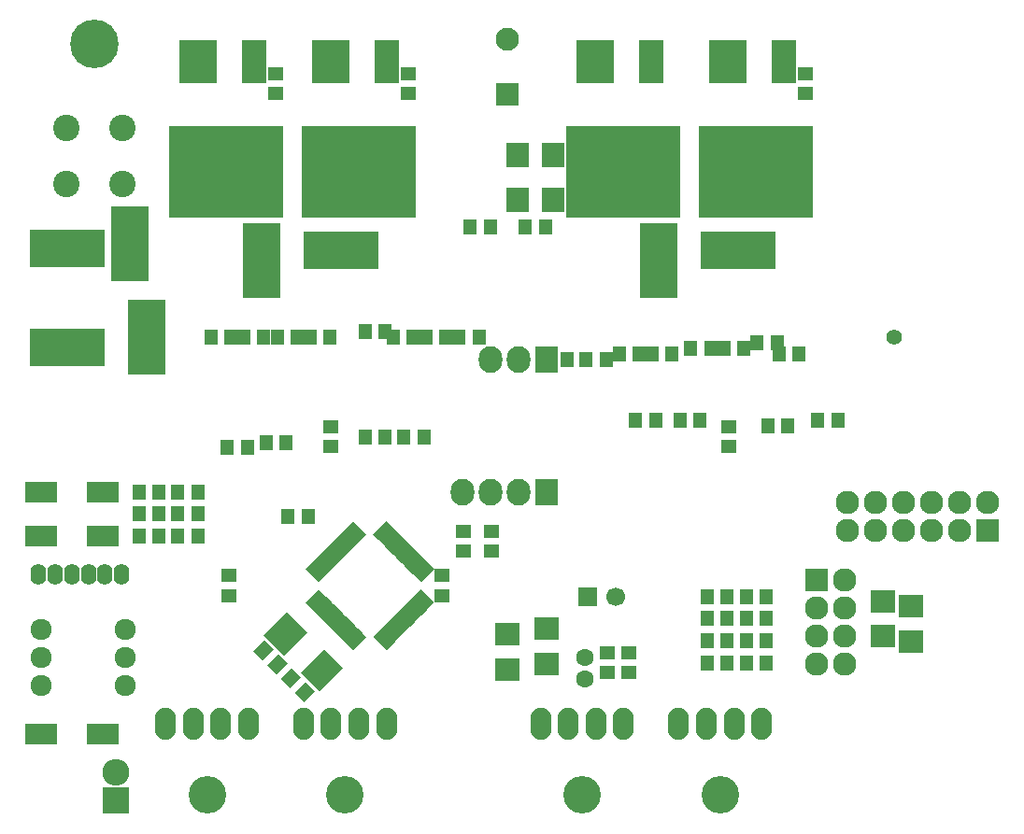
<source format=gbr>
G04 #@! TF.FileFunction,Soldermask,Top*
%FSLAX46Y46*%
G04 Gerber Fmt 4.6, Leading zero omitted, Abs format (unit mm)*
G04 Created by KiCad (PCBNEW 4.0.5) date 02/04/17 17:13:21*
%MOMM*%
%LPD*%
G01*
G04 APERTURE LIST*
%ADD10C,0.100000*%
%ADD11R,3.400000X6.900000*%
%ADD12R,6.851600X3.400000*%
%ADD13C,2.100000*%
%ADD14R,2.100000X2.100000*%
%ADD15R,1.200000X1.400000*%
%ADD16C,1.700000*%
%ADD17R,1.700000X1.700000*%
%ADD18R,2.432000X2.432000*%
%ADD19O,2.432000X2.432000*%
%ADD20R,2.000000X2.200000*%
%ADD21R,1.400000X1.200000*%
%ADD22R,2.200000X2.000000*%
%ADD23C,1.600000*%
%ADD24R,2.127200X2.432000*%
%ADD25O,2.127200X2.432000*%
%ADD26R,2.127200X2.127200*%
%ADD27O,2.127200X2.127200*%
%ADD28R,3.000000X1.900000*%
%ADD29O,1.400000X1.924000*%
%ADD30C,1.924000*%
%ADD31O,1.900000X2.900000*%
%ADD32C,3.400000*%
%ADD33C,2.400000*%
%ADD34C,4.400000*%
%ADD35C,1.400000*%
%ADD36R,2.200000X3.900000*%
%ADD37R,3.400000X3.900000*%
%ADD38R,10.400000X8.400000*%
G04 APERTURE END LIST*
D10*
D11*
X21700000Y-24000000D03*
D12*
X28900000Y-23100000D03*
D13*
X44000000Y-4000000D03*
D14*
X44000000Y-9000000D03*
D15*
X18600000Y-41000000D03*
X20400000Y-41000000D03*
D10*
G36*
X26108311Y-55462221D02*
X25648692Y-55002602D01*
X26850773Y-53800521D01*
X27310392Y-54260140D01*
X26108311Y-55462221D01*
X26108311Y-55462221D01*
G37*
G36*
X26461864Y-55815774D02*
X26002245Y-55356155D01*
X27204326Y-54154074D01*
X27663945Y-54613693D01*
X26461864Y-55815774D01*
X26461864Y-55815774D01*
G37*
G36*
X26815418Y-56169328D02*
X26355799Y-55709709D01*
X27557880Y-54507628D01*
X28017499Y-54967247D01*
X26815418Y-56169328D01*
X26815418Y-56169328D01*
G37*
G36*
X27168971Y-56522881D02*
X26709352Y-56063262D01*
X27911433Y-54861181D01*
X28371052Y-55320800D01*
X27168971Y-56522881D01*
X27168971Y-56522881D01*
G37*
G36*
X27522524Y-56876434D02*
X27062905Y-56416815D01*
X28264986Y-55214734D01*
X28724605Y-55674353D01*
X27522524Y-56876434D01*
X27522524Y-56876434D01*
G37*
G36*
X27876078Y-57229988D02*
X27416459Y-56770369D01*
X28618540Y-55568288D01*
X29078159Y-56027907D01*
X27876078Y-57229988D01*
X27876078Y-57229988D01*
G37*
G36*
X28229631Y-57583541D02*
X27770012Y-57123922D01*
X28972093Y-55921841D01*
X29431712Y-56381460D01*
X28229631Y-57583541D01*
X28229631Y-57583541D01*
G37*
G36*
X28583185Y-57937095D02*
X28123566Y-57477476D01*
X29325647Y-56275395D01*
X29785266Y-56735014D01*
X28583185Y-57937095D01*
X28583185Y-57937095D01*
G37*
G36*
X28936738Y-58290648D02*
X28477119Y-57831029D01*
X29679200Y-56628948D01*
X30138819Y-57088567D01*
X28936738Y-58290648D01*
X28936738Y-58290648D01*
G37*
G36*
X29290291Y-58644201D02*
X28830672Y-58184582D01*
X30032753Y-56982501D01*
X30492372Y-57442120D01*
X29290291Y-58644201D01*
X29290291Y-58644201D01*
G37*
G36*
X29643845Y-58997755D02*
X29184226Y-58538136D01*
X30386307Y-57336055D01*
X30845926Y-57795674D01*
X29643845Y-58997755D01*
X29643845Y-58997755D01*
G37*
G36*
X29997398Y-59351308D02*
X29537779Y-58891689D01*
X30739860Y-57689608D01*
X31199479Y-58149227D01*
X29997398Y-59351308D01*
X29997398Y-59351308D01*
G37*
G36*
X33462221Y-58891689D02*
X33002602Y-59351308D01*
X31800521Y-58149227D01*
X32260140Y-57689608D01*
X33462221Y-58891689D01*
X33462221Y-58891689D01*
G37*
G36*
X33815774Y-58538136D02*
X33356155Y-58997755D01*
X32154074Y-57795674D01*
X32613693Y-57336055D01*
X33815774Y-58538136D01*
X33815774Y-58538136D01*
G37*
G36*
X34169328Y-58184582D02*
X33709709Y-58644201D01*
X32507628Y-57442120D01*
X32967247Y-56982501D01*
X34169328Y-58184582D01*
X34169328Y-58184582D01*
G37*
G36*
X34522881Y-57831029D02*
X34063262Y-58290648D01*
X32861181Y-57088567D01*
X33320800Y-56628948D01*
X34522881Y-57831029D01*
X34522881Y-57831029D01*
G37*
G36*
X34876434Y-57477476D02*
X34416815Y-57937095D01*
X33214734Y-56735014D01*
X33674353Y-56275395D01*
X34876434Y-57477476D01*
X34876434Y-57477476D01*
G37*
G36*
X35229988Y-57123922D02*
X34770369Y-57583541D01*
X33568288Y-56381460D01*
X34027907Y-55921841D01*
X35229988Y-57123922D01*
X35229988Y-57123922D01*
G37*
G36*
X35583541Y-56770369D02*
X35123922Y-57229988D01*
X33921841Y-56027907D01*
X34381460Y-55568288D01*
X35583541Y-56770369D01*
X35583541Y-56770369D01*
G37*
G36*
X35937095Y-56416815D02*
X35477476Y-56876434D01*
X34275395Y-55674353D01*
X34735014Y-55214734D01*
X35937095Y-56416815D01*
X35937095Y-56416815D01*
G37*
G36*
X36290648Y-56063262D02*
X35831029Y-56522881D01*
X34628948Y-55320800D01*
X35088567Y-54861181D01*
X36290648Y-56063262D01*
X36290648Y-56063262D01*
G37*
G36*
X36644201Y-55709709D02*
X36184582Y-56169328D01*
X34982501Y-54967247D01*
X35442120Y-54507628D01*
X36644201Y-55709709D01*
X36644201Y-55709709D01*
G37*
G36*
X36997755Y-55356155D02*
X36538136Y-55815774D01*
X35336055Y-54613693D01*
X35795674Y-54154074D01*
X36997755Y-55356155D01*
X36997755Y-55356155D01*
G37*
G36*
X37351308Y-55002602D02*
X36891689Y-55462221D01*
X35689608Y-54260140D01*
X36149227Y-53800521D01*
X37351308Y-55002602D01*
X37351308Y-55002602D01*
G37*
G36*
X36149227Y-53199479D02*
X35689608Y-52739860D01*
X36891689Y-51537779D01*
X37351308Y-51997398D01*
X36149227Y-53199479D01*
X36149227Y-53199479D01*
G37*
G36*
X35795674Y-52845926D02*
X35336055Y-52386307D01*
X36538136Y-51184226D01*
X36997755Y-51643845D01*
X35795674Y-52845926D01*
X35795674Y-52845926D01*
G37*
G36*
X35442120Y-52492372D02*
X34982501Y-52032753D01*
X36184582Y-50830672D01*
X36644201Y-51290291D01*
X35442120Y-52492372D01*
X35442120Y-52492372D01*
G37*
G36*
X35088567Y-52138819D02*
X34628948Y-51679200D01*
X35831029Y-50477119D01*
X36290648Y-50936738D01*
X35088567Y-52138819D01*
X35088567Y-52138819D01*
G37*
G36*
X34735014Y-51785266D02*
X34275395Y-51325647D01*
X35477476Y-50123566D01*
X35937095Y-50583185D01*
X34735014Y-51785266D01*
X34735014Y-51785266D01*
G37*
G36*
X34381460Y-51431712D02*
X33921841Y-50972093D01*
X35123922Y-49770012D01*
X35583541Y-50229631D01*
X34381460Y-51431712D01*
X34381460Y-51431712D01*
G37*
G36*
X34027907Y-51078159D02*
X33568288Y-50618540D01*
X34770369Y-49416459D01*
X35229988Y-49876078D01*
X34027907Y-51078159D01*
X34027907Y-51078159D01*
G37*
G36*
X33674353Y-50724605D02*
X33214734Y-50264986D01*
X34416815Y-49062905D01*
X34876434Y-49522524D01*
X33674353Y-50724605D01*
X33674353Y-50724605D01*
G37*
G36*
X33320800Y-50371052D02*
X32861181Y-49911433D01*
X34063262Y-48709352D01*
X34522881Y-49168971D01*
X33320800Y-50371052D01*
X33320800Y-50371052D01*
G37*
G36*
X32967247Y-50017499D02*
X32507628Y-49557880D01*
X33709709Y-48355799D01*
X34169328Y-48815418D01*
X32967247Y-50017499D01*
X32967247Y-50017499D01*
G37*
G36*
X32613693Y-49663945D02*
X32154074Y-49204326D01*
X33356155Y-48002245D01*
X33815774Y-48461864D01*
X32613693Y-49663945D01*
X32613693Y-49663945D01*
G37*
G36*
X32260140Y-49310392D02*
X31800521Y-48850773D01*
X33002602Y-47648692D01*
X33462221Y-48108311D01*
X32260140Y-49310392D01*
X32260140Y-49310392D01*
G37*
G36*
X31199479Y-48850773D02*
X30739860Y-49310392D01*
X29537779Y-48108311D01*
X29997398Y-47648692D01*
X31199479Y-48850773D01*
X31199479Y-48850773D01*
G37*
G36*
X30845926Y-49204326D02*
X30386307Y-49663945D01*
X29184226Y-48461864D01*
X29643845Y-48002245D01*
X30845926Y-49204326D01*
X30845926Y-49204326D01*
G37*
G36*
X30492372Y-49557880D02*
X30032753Y-50017499D01*
X28830672Y-48815418D01*
X29290291Y-48355799D01*
X30492372Y-49557880D01*
X30492372Y-49557880D01*
G37*
G36*
X30138819Y-49911433D02*
X29679200Y-50371052D01*
X28477119Y-49168971D01*
X28936738Y-48709352D01*
X30138819Y-49911433D01*
X30138819Y-49911433D01*
G37*
G36*
X29785266Y-50264986D02*
X29325647Y-50724605D01*
X28123566Y-49522524D01*
X28583185Y-49062905D01*
X29785266Y-50264986D01*
X29785266Y-50264986D01*
G37*
G36*
X29431712Y-50618540D02*
X28972093Y-51078159D01*
X27770012Y-49876078D01*
X28229631Y-49416459D01*
X29431712Y-50618540D01*
X29431712Y-50618540D01*
G37*
G36*
X29078159Y-50972093D02*
X28618540Y-51431712D01*
X27416459Y-50229631D01*
X27876078Y-49770012D01*
X29078159Y-50972093D01*
X29078159Y-50972093D01*
G37*
G36*
X28724605Y-51325647D02*
X28264986Y-51785266D01*
X27062905Y-50583185D01*
X27522524Y-50123566D01*
X28724605Y-51325647D01*
X28724605Y-51325647D01*
G37*
G36*
X28371052Y-51679200D02*
X27911433Y-52138819D01*
X26709352Y-50936738D01*
X27168971Y-50477119D01*
X28371052Y-51679200D01*
X28371052Y-51679200D01*
G37*
G36*
X28017499Y-52032753D02*
X27557880Y-52492372D01*
X26355799Y-51290291D01*
X26815418Y-50830672D01*
X28017499Y-52032753D01*
X28017499Y-52032753D01*
G37*
G36*
X27663945Y-52386307D02*
X27204326Y-52845926D01*
X26002245Y-51643845D01*
X26461864Y-51184226D01*
X27663945Y-52386307D01*
X27663945Y-52386307D01*
G37*
G36*
X27310392Y-52739860D02*
X26850773Y-53199479D01*
X25648692Y-51997398D01*
X26108311Y-51537779D01*
X27310392Y-52739860D01*
X27310392Y-52739860D01*
G37*
D16*
X53750000Y-54500000D03*
D17*
X51250000Y-54500000D03*
D18*
X8500000Y-73000000D03*
D19*
X8500000Y-70460000D03*
D20*
X48100000Y-14500000D03*
X44900000Y-14500000D03*
X48100000Y-18500000D03*
X44900000Y-18500000D03*
D15*
X34600000Y-40000000D03*
X36400000Y-40000000D03*
D10*
G36*
X20944365Y-59434315D02*
X21934315Y-58444365D01*
X22782843Y-59292893D01*
X21792893Y-60282843D01*
X20944365Y-59434315D01*
X20944365Y-59434315D01*
G37*
G36*
X22217157Y-60707107D02*
X23207107Y-59717157D01*
X24055635Y-60565685D01*
X23065685Y-61555635D01*
X22217157Y-60707107D01*
X22217157Y-60707107D01*
G37*
G36*
X26555635Y-63065685D02*
X25565685Y-64055635D01*
X24717157Y-63207107D01*
X25707107Y-62217157D01*
X26555635Y-63065685D01*
X26555635Y-63065685D01*
G37*
G36*
X25282843Y-61792893D02*
X24292893Y-62782843D01*
X23444365Y-61934315D01*
X24434315Y-60944365D01*
X25282843Y-61792893D01*
X25282843Y-61792893D01*
G37*
D15*
X25900000Y-47200000D03*
X24100000Y-47200000D03*
D21*
X18700000Y-52600000D03*
X18700000Y-54400000D03*
D15*
X72100000Y-38500000D03*
X73900000Y-38500000D03*
X59600000Y-38500000D03*
X61400000Y-38500000D03*
X14100000Y-47000000D03*
X15900000Y-47000000D03*
X31100000Y-40000000D03*
X32900000Y-40000000D03*
X67600000Y-39000000D03*
X69400000Y-39000000D03*
X55600000Y-38500000D03*
X57400000Y-38500000D03*
D21*
X38000000Y-54400000D03*
X38000000Y-52600000D03*
X35000000Y-8900000D03*
X35000000Y-7100000D03*
X23000000Y-8900000D03*
X23000000Y-7100000D03*
X71000000Y-8900000D03*
X71000000Y-7100000D03*
D15*
X14100000Y-49000000D03*
X15900000Y-49000000D03*
D21*
X53000000Y-61400000D03*
X53000000Y-59600000D03*
D15*
X42400000Y-21000000D03*
X40600000Y-21000000D03*
X38400000Y-31000000D03*
X36600000Y-31000000D03*
X23100000Y-31000000D03*
X24900000Y-31000000D03*
X33600000Y-31000000D03*
X35400000Y-31000000D03*
X68400000Y-31500000D03*
X66600000Y-31500000D03*
X55900000Y-32500000D03*
X54100000Y-32500000D03*
X52900000Y-33000000D03*
X51100000Y-33000000D03*
X17100000Y-31000000D03*
X18900000Y-31000000D03*
X65400000Y-32000000D03*
X63600000Y-32000000D03*
D22*
X80500000Y-58600000D03*
X80500000Y-55400000D03*
D15*
X14100000Y-45000000D03*
X15900000Y-45000000D03*
D21*
X64000000Y-39100000D03*
X64000000Y-40900000D03*
D15*
X10600000Y-49000000D03*
X12400000Y-49000000D03*
X10600000Y-45000000D03*
X12400000Y-45000000D03*
D21*
X55000000Y-59600000D03*
X55000000Y-61400000D03*
D15*
X47400000Y-21000000D03*
X45600000Y-21000000D03*
X10600000Y-47000000D03*
X12400000Y-47000000D03*
D22*
X47500000Y-60600000D03*
X47500000Y-57400000D03*
X44000000Y-61100000D03*
X44000000Y-57900000D03*
D23*
X51000000Y-60000000D03*
X51000000Y-62000000D03*
D21*
X42500000Y-50400000D03*
X42500000Y-48600000D03*
X40000000Y-50400000D03*
X40000000Y-48600000D03*
D15*
X22100000Y-40500000D03*
X23900000Y-40500000D03*
D24*
X47500000Y-45000000D03*
D25*
X44960000Y-45000000D03*
X42420000Y-45000000D03*
X39880000Y-45000000D03*
D21*
X28000000Y-39100000D03*
X28000000Y-40900000D03*
D22*
X78000000Y-58100000D03*
X78000000Y-54900000D03*
D26*
X87500000Y-48500000D03*
D27*
X87500000Y-45960000D03*
X84960000Y-48500000D03*
X84960000Y-45960000D03*
X82420000Y-48500000D03*
X82420000Y-45960000D03*
X79880000Y-48500000D03*
X79880000Y-45960000D03*
X77340000Y-48500000D03*
X77340000Y-45960000D03*
X74800000Y-48500000D03*
X74800000Y-45960000D03*
D24*
X47500000Y-33000000D03*
D25*
X44960000Y-33000000D03*
X42420000Y-33000000D03*
D28*
X1700000Y-67000000D03*
X7300000Y-67000000D03*
X1700000Y-45000000D03*
X7300000Y-45000000D03*
X1700000Y-49000000D03*
X7300000Y-49000000D03*
D29*
X1500000Y-52500000D03*
X3000000Y-52500000D03*
X4500000Y-52500000D03*
X6000000Y-52500000D03*
X7500000Y-52500000D03*
X9000000Y-52500000D03*
D30*
X9310000Y-62540000D03*
X9310000Y-60000000D03*
X9310000Y-57460000D03*
X1690000Y-57460000D03*
X1690000Y-60000000D03*
X1690000Y-62540000D03*
D10*
G36*
X21893755Y-58015075D02*
X24015075Y-55893755D01*
X25853553Y-57732233D01*
X23732233Y-59853553D01*
X21893755Y-58015075D01*
X21893755Y-58015075D01*
G37*
G36*
X25217158Y-61338478D02*
X27338478Y-59217158D01*
X29035534Y-60914214D01*
X26914214Y-63035534D01*
X25217158Y-61338478D01*
X25217158Y-61338478D01*
G37*
D31*
X47000000Y-66000000D03*
X49500000Y-66000000D03*
X52000000Y-66000000D03*
X54500000Y-66000000D03*
D32*
X50750000Y-72500000D03*
D33*
X9040000Y-12000000D03*
X9040000Y-17080000D03*
X3960000Y-12000000D03*
X3960000Y-17080000D03*
D34*
X6500000Y-4380000D03*
D31*
X59500000Y-66000000D03*
X62000000Y-66000000D03*
X64500000Y-66000000D03*
X67000000Y-66000000D03*
D32*
X63250000Y-72500000D03*
D31*
X13000000Y-66000000D03*
X15500000Y-66000000D03*
X18000000Y-66000000D03*
X20500000Y-66000000D03*
D32*
X16750000Y-72500000D03*
D31*
X25500000Y-66000000D03*
X28000000Y-66000000D03*
X30500000Y-66000000D03*
X33000000Y-66000000D03*
D32*
X29250000Y-72500000D03*
D11*
X57700000Y-24000000D03*
D12*
X64900000Y-23100000D03*
D11*
X9800000Y-22500000D03*
D12*
X4100000Y-22900000D03*
D11*
X11300000Y-31000000D03*
D12*
X4100000Y-31900000D03*
D15*
X39600000Y-31000000D03*
X41400000Y-31000000D03*
X26100000Y-31000000D03*
X27900000Y-31000000D03*
X68600000Y-32500000D03*
X70400000Y-32500000D03*
X58900000Y-32500000D03*
X57100000Y-32500000D03*
X31100000Y-30500000D03*
X32900000Y-30500000D03*
X21900000Y-31000000D03*
X20100000Y-31000000D03*
X62400000Y-32000000D03*
X60600000Y-32000000D03*
X49400000Y-33000000D03*
X47600000Y-33000000D03*
D35*
X79000000Y-31000000D03*
D36*
X21040000Y-6000000D03*
D37*
X15960000Y-6000000D03*
D38*
X18500000Y-16000000D03*
D36*
X33040000Y-6000000D03*
D37*
X27960000Y-6000000D03*
D38*
X30500000Y-16000000D03*
D36*
X57040000Y-6000000D03*
D37*
X51960000Y-6000000D03*
D38*
X54500000Y-16000000D03*
D36*
X69040000Y-6000000D03*
D37*
X63960000Y-6000000D03*
D38*
X66500000Y-16000000D03*
D15*
X67400000Y-60500000D03*
X65600000Y-60500000D03*
X67400000Y-58500000D03*
X65600000Y-58500000D03*
X67400000Y-54500000D03*
X65600000Y-54500000D03*
X67400000Y-56500000D03*
X65600000Y-56500000D03*
D26*
X72000000Y-53000000D03*
D27*
X74540000Y-53000000D03*
X72000000Y-55540000D03*
X74540000Y-55540000D03*
X72000000Y-58080000D03*
X74540000Y-58080000D03*
X72000000Y-60620000D03*
X74540000Y-60620000D03*
D15*
X62100000Y-60500000D03*
X63900000Y-60500000D03*
X62100000Y-58500000D03*
X63900000Y-58500000D03*
X62100000Y-54500000D03*
X63900000Y-54500000D03*
X62100000Y-56500000D03*
X63900000Y-56500000D03*
M02*

</source>
